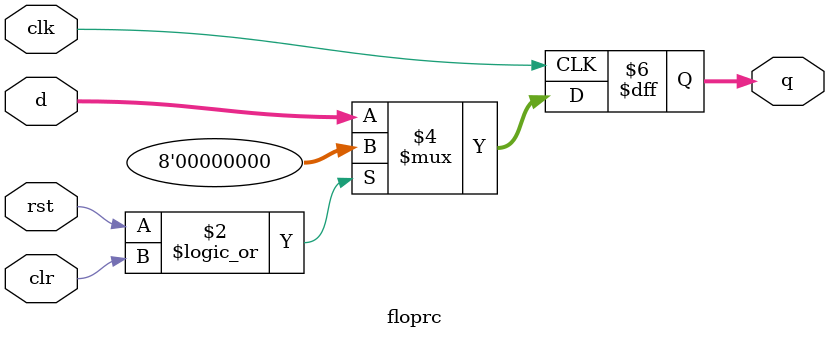
<source format=v>
`timescale 1ns / 1ps


module floprc #(parameter WIDTH = 8)(
input wire clk,rst,clr,
input wire[WIDTH-1:0] d,
output reg[WIDTH-1:0] q
    );
always @(posedge clk)
    if(rst || clr)
        q <= 0;
    else
        q <= d;


endmodule

</source>
